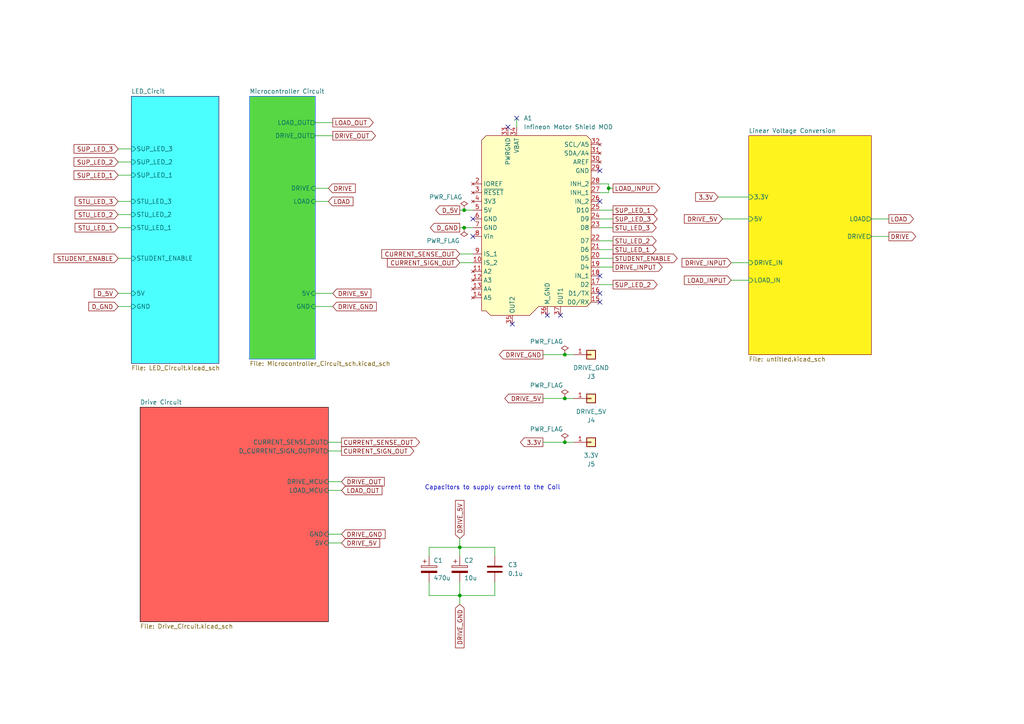
<source format=kicad_sch>
(kicad_sch (version 20211123) (generator eeschema)
  (paper "A4")
  (lib_symbols
    (symbol "000_Modules_Immo:Infineon Motor Shield MOD"
      (property "Reference" "A" (at 20.32 34.29 0))
      (property "Value" "Infineon Motor Shield MOD" (at 20.32 33.02 0))
      (symbol "Infineon Motor Shield MOD_0_1"
        (polyline (pts (xy -17.78 26.67) (xy -17.78 -22.86) (xy -16.51 -22.86) (xy -15.24 -24.13) (xy -3.81 -24.13) (xy -1.27 -21.59) (xy 12.7 -21.59) (xy 13.97 -20.32) (xy 13.97 26.67) (xy 12.7 27.94) (xy -16.51 27.94) (xy -17.78 26.67)) (fill (type background)))
      )
      (symbol "Infineon Motor Shield MOD_1_1"
        (pin no_connect line (at -20.32 16.51 0) (length 2.54) hide (name "NC") (number "1"))
        (pin input line (at -20.32 -8.89 0) (length 2.54) (name "IS_2") (number "10"))
        (pin no_connect line (at -20.32 -11.43 0) (length 2.54) (name "A2") (number "11"))
        (pin no_connect line (at -20.32 -13.97 0) (length 2.54) (name "A3") (number "12"))
        (pin no_connect line (at -20.32 -16.51 0) (length 2.54) (name "A4") (number "13"))
        (pin no_connect line (at -20.32 -19.05 0) (length 2.54) (name "A5") (number "14"))
        (pin bidirectional line (at 16.51 -20.32 180) (length 2.54) (name "D0/RX") (number "15"))
        (pin bidirectional line (at 16.51 -17.78 180) (length 2.54) (name "D1/TX") (number "16"))
        (pin bidirectional line (at 16.51 -15.24 180) (length 2.54) (name "D2") (number "17"))
        (pin bidirectional line (at 16.51 -12.7 180) (length 2.54) (name "IN_1") (number "18"))
        (pin bidirectional line (at 16.51 -10.16 180) (length 2.54) (name "D4") (number "19"))
        (pin no_connect line (at -20.32 13.97 0) (length 2.54) (name "IOREF") (number "2"))
        (pin bidirectional line (at 16.51 -7.62 180) (length 2.54) (name "D5") (number "20"))
        (pin bidirectional line (at 16.51 -5.08 180) (length 2.54) (name "D6") (number "21"))
        (pin bidirectional line (at 16.51 -2.54 180) (length 2.54) (name "D7") (number "22"))
        (pin bidirectional line (at 16.51 1.27 180) (length 2.54) (name "D8") (number "23"))
        (pin bidirectional line (at 16.51 3.81 180) (length 2.54) (name "D9") (number "24"))
        (pin bidirectional line (at 16.51 6.35 180) (length 2.54) (name "D10") (number "25"))
        (pin input line (at 16.51 8.89 180) (length 2.54) (name "IN_2") (number "26"))
        (pin input line (at 16.51 11.43 180) (length 2.54) (name "INH_1") (number "27"))
        (pin input line (at 16.51 13.97 180) (length 2.54) (name "INH_2") (number "28"))
        (pin power_in line (at 16.51 17.78 180) (length 2.54) (name "GND") (number "29"))
        (pin no_connect line (at -20.32 11.43 0) (length 2.54) (name "~{RESET}") (number "3"))
        (pin no_connect line (at 16.51 20.32 180) (length 2.54) (name "AREF") (number "30"))
        (pin no_connect line (at 16.51 22.86 180) (length 2.54) (name "SDA/A4") (number "31"))
        (pin no_connect line (at 16.51 25.4 180) (length 2.54) (name "SCL/A5") (number "32"))
        (pin power_in line (at -10.16 30.48 270) (length 2.54) (name "PWRGND") (number "33"))
        (pin power_in line (at -7.62 30.48 270) (length 2.54) (name "VBAT") (number "34"))
        (pin output line (at -8.89 -26.67 90) (length 2.54) (name "OUT2") (number "35"))
        (pin power_in line (at 1.27 -24.13 90) (length 2.54) (name "M_GND") (number "36"))
        (pin output line (at 5.08 -24.13 90) (length 2.54) (name "OUT1") (number "37"))
        (pin no_connect line (at -20.32 8.89 0) (length 2.54) (name "3V3") (number "4"))
        (pin input line (at -20.32 6.35 0) (length 2.54) (name "5V") (number "5"))
        (pin power_in line (at -20.32 3.81 0) (length 2.54) (name "GND") (number "6"))
        (pin power_in line (at -20.32 1.27 0) (length 2.54) (name "GND") (number "7"))
        (pin input line (at -20.32 -1.27 0) (length 2.54) (name "Vin") (number "8"))
        (pin input line (at -20.32 -6.35 0) (length 2.54) (name "IS_1") (number "9"))
      )
    )
    (symbol "Connector_Generic:Conn_01x01" (pin_names (offset 1.016) hide)
      (property "Reference" "J" (at 0 2.54 0))
      (property "Value" "Conn_01x01" (at 0 -2.54 0))
      (symbol "Conn_01x01_1_1"
        (rectangle (start -1.27 0.127) (end 0 -0.127) (stroke (width 0.1524)))
        (rectangle (start -1.27 1.27) (end 1.27 -1.27) (stroke (width 0.254)) (fill (type background)))
        (pin passive line (at -5.08 0 0) (length 3.81) (name "Pin_1") (number "1"))
      )
    )
    (symbol "Device:C" (pin_numbers hide) (pin_names (offset 0.254))
      (property "Reference" "C" (at 0.635 2.54 0))
      (property "Value" "C" (at 0.635 -2.54 0))
      (symbol "C_0_1"
        (polyline (pts (xy -2.032 -0.762) (xy 2.032 -0.762)) (stroke (width 0.508)))
        (polyline (pts (xy -2.032 0.762) (xy 2.032 0.762)) (stroke (width 0.508)))
      )
      (symbol "C_1_1"
        (pin passive line (at 0 3.81 270) (length 2.794) (name "~") (number "1"))
        (pin passive line (at 0 -3.81 90) (length 2.794) (name "~") (number "2"))
      )
    )
    (symbol "Device:C_Polarized" (pin_numbers hide) (pin_names (offset 0.254))
      (property "Reference" "C" (at 0.635 2.54 0))
      (property "Value" "C_Polarized" (at 0.635 -2.54 0))
      (symbol "C_Polarized_0_1"
        (rectangle (start -2.286 0.508) (end 2.286 1.016))
        (polyline (pts (xy -1.778 2.286) (xy -0.762 2.286)))
        (polyline (pts (xy -1.27 2.794) (xy -1.27 1.778)))
        (rectangle (start 2.286 -0.508) (end -2.286 -1.016) (fill (type outline)))
      )
      (symbol "C_Polarized_1_1"
        (pin passive line (at 0 3.81 270) (length 2.794) (name "~") (number "1"))
        (pin passive line (at 0 -3.81 90) (length 2.794) (name "~") (number "2"))
      )
    )
    (symbol "power:PWR_FLAG" (power) (pin_numbers hide) (pin_names (offset 0) hide)
      (property "Value" "PWR_FLAG" (at 0 3.81 0))
      (symbol "PWR_FLAG_0_0"
        (pin power_out line (at 0 0 90) (length 0) (name "pwr") (number "1"))
      )
      (symbol "PWR_FLAG_0_1"
        (polyline (pts (xy 0 0) (xy 0 1.27) (xy -1.016 1.905) (xy 0 2.54) (xy 1.016 1.905) (xy 0 1.27)))
      )
    )
  )
  (junction (at 176.53 54.61))
  (junction (at 163.83 115.57))
  (junction (at 134.62 66.04))
  (junction (at 134.62 60.96))
  (junction (at 163.83 102.87))
  (junction (at 163.83 128.27))
  (junction (at 133.35 172.72))
  (junction (at 133.35 158.75))
  (no_connect (at 173.99 58.42))
  (no_connect (at 137.16 63.5))
  (no_connect (at 173.99 49.53))
  (no_connect (at 137.16 68.58))
  (no_connect (at 173.99 85.09))
  (no_connect (at 173.99 87.63))
  (no_connect (at 173.99 80.01))
  (no_connect (at 158.75 91.44))
  (no_connect (at 149.86 34.29))
  (no_connect (at 162.56 91.44))
  (no_connect (at 148.59 93.98))
  (no_connect (at 147.32 36.83))
  (wire (pts (xy 173.99 82.55) (xy 177.8 82.55)))
  (wire (pts (xy 91.44 88.9) (xy 96.52 88.9)))
  (wire (pts (xy 173.99 72.39) (xy 177.8 72.39)))
  (wire (pts (xy 209.55 63.5) (xy 217.17 63.5)))
  (wire (pts (xy 176.53 54.61) (xy 177.8 54.61)))
  (wire (pts (xy 212.09 81.28) (xy 217.17 81.28)))
  (wire (pts (xy 133.35 156.21) (xy 133.35 158.75)))
  (wire (pts (xy 143.51 161.29) (xy 143.51 158.75)))
  (wire (pts (xy 95.25 128.27) (xy 99.06 128.27)))
  (wire (pts (xy 173.99 60.96) (xy 177.8 60.96)))
  (wire (pts (xy 173.99 53.34) (xy 176.53 53.34)))
  (wire (pts (xy 173.99 77.47) (xy 177.8 77.47)))
  (wire (pts (xy 91.44 39.37) (xy 96.52 39.37)))
  (wire (pts (xy 95.25 154.94) (xy 99.06 154.94)))
  (wire (pts (xy 91.44 54.61) (xy 95.25 54.61)))
  (wire (pts (xy 143.51 168.91) (xy 143.51 172.72)))
  (wire (pts (xy 176.53 53.34) (xy 176.53 54.61)))
  (wire (pts (xy 173.99 69.85) (xy 177.8 69.85)))
  (wire (pts (xy 133.35 66.04) (xy 134.62 66.04)))
  (wire (pts (xy 95.25 157.48) (xy 99.06 157.48)))
  (wire (pts (xy 176.53 54.61) (xy 176.53 55.88)))
  (wire (pts (xy 133.35 73.66) (xy 137.16 73.66)))
  (wire (pts (xy 124.46 158.75) (xy 133.35 158.75)))
  (wire (pts (xy 34.29 46.99) (xy 38.1 46.99)))
  (wire (pts (xy 173.99 63.5) (xy 177.8 63.5)))
  (wire (pts (xy 134.62 60.96) (xy 137.16 60.96)))
  (wire (pts (xy 124.46 172.72) (xy 133.35 172.72)))
  (wire (pts (xy 95.25 142.24) (xy 99.06 142.24)))
  (wire (pts (xy 133.35 172.72) (xy 133.35 175.26)))
  (wire (pts (xy 133.35 158.75) (xy 133.35 161.29)))
  (wire (pts (xy 133.35 172.72) (xy 143.51 172.72)))
  (wire (pts (xy 163.83 115.57) (xy 166.37 115.57)))
  (wire (pts (xy 133.35 76.2) (xy 137.16 76.2)))
  (wire (pts (xy 134.62 66.04) (xy 137.16 66.04)))
  (wire (pts (xy 149.86 34.29) (xy 149.86 36.83)))
  (wire (pts (xy 163.83 128.27) (xy 166.37 128.27)))
  (wire (pts (xy 173.99 55.88) (xy 176.53 55.88)))
  (wire (pts (xy 143.51 158.75) (xy 133.35 158.75)))
  (wire (pts (xy 157.48 102.87) (xy 163.83 102.87)))
  (wire (pts (xy 157.48 128.27) (xy 163.83 128.27)))
  (wire (pts (xy 34.29 50.8) (xy 38.1 50.8)))
  (wire (pts (xy 124.46 168.91) (xy 124.46 172.72)))
  (wire (pts (xy 163.83 102.87) (xy 166.37 102.87)))
  (wire (pts (xy 34.29 43.18) (xy 38.1 43.18)))
  (wire (pts (xy 95.25 139.7) (xy 99.06 139.7)))
  (wire (pts (xy 173.99 66.04) (xy 177.8 66.04)))
  (wire (pts (xy 133.35 168.91) (xy 133.35 172.72)))
  (wire (pts (xy 252.73 68.58) (xy 257.81 68.58)))
  (wire (pts (xy 34.29 66.04) (xy 38.1 66.04)))
  (wire (pts (xy 133.35 60.96) (xy 134.62 60.96)))
  (wire (pts (xy 252.73 63.5) (xy 257.81 63.5)))
  (wire (pts (xy 208.28 57.15) (xy 217.17 57.15)))
  (wire (pts (xy 34.29 74.93) (xy 38.1 74.93)))
  (wire (pts (xy 95.25 130.81) (xy 99.06 130.81)))
  (wire (pts (xy 34.29 62.23) (xy 38.1 62.23)))
  (wire (pts (xy 173.99 74.93) (xy 177.8 74.93)))
  (wire (pts (xy 124.46 161.29) (xy 124.46 158.75)))
  (wire (pts (xy 91.44 58.42) (xy 95.25 58.42)))
  (wire (pts (xy 212.09 76.2) (xy 217.17 76.2)))
  (wire (pts (xy 34.29 58.42) (xy 38.1 58.42)))
  (wire (pts (xy 91.44 35.56) (xy 96.52 35.56)))
  (wire (pts (xy 91.44 85.09) (xy 96.52 85.09)))
  (wire (pts (xy 34.29 88.9) (xy 38.1 88.9)))
  (wire (pts (xy 34.29 85.09) (xy 38.1 85.09)))
  (wire (pts (xy 157.48 115.57) (xy 163.83 115.57)))
  (text "Capacitors to supply current to the Coil" (at 162.56 142.24 180) (effects (font (size 1.27 1.27)) (justify right bottom)))
  (global_label "LOAD_OUT" (shape output) (at 96.52 35.56 0) (property "Intersheet References" "${INTERSHEET_REFS}" (effects hide)))
  (global_label "STU_LED_2" (shape output) (at 177.8 69.85 0) (property "Intersheet References" "${INTERSHEET_REFS}" (effects hide)))
  (global_label "CURRENT_SIGN_OUT" (shape output) (at 99.06 130.81 0) (property "Intersheet References" "${INTERSHEET_REFS}" (effects hide)))
  (global_label "CURRENT_SIGN_OUT" (shape input) (at 133.35 76.2 180) (property "Intersheet References" "${INTERSHEET_REFS}" (effects hide)))
  (global_label "DRIVE_GND" (shape input) (at 99.06 154.94 0) (property "Intersheet References" "${INTERSHEET_REFS}" (effects hide)))
  (global_label "LOAD" (shape input) (at 95.25 58.42 0) (property "Intersheet References" "${INTERSHEET_REFS}" (effects hide)))
  (global_label "DRIVE_GND" (shape output) (at 157.48 102.87 180) (property "Intersheet References" "${INTERSHEET_REFS}" (effects hide)))
  (global_label "DRIVE_5V" (shape input) (at 99.06 157.48 0) (property "Intersheet References" "${INTERSHEET_REFS}" (effects hide)))
  (global_label "DRIVE_OUT" (shape input) (at 99.06 139.7 0) (property "Intersheet References" "${INTERSHEET_REFS}" (effects hide)))
  (global_label "DRIVE" (shape output) (at 257.81 68.58 0) (property "Intersheet References" "${INTERSHEET_REFS}" (effects hide)))
  (global_label "SUP_LED_1" (shape output) (at 177.8 60.96 0) (property "Intersheet References" "${INTERSHEET_REFS}" (effects hide)))
  (global_label "CURRENT_SENSE_OUT" (shape output) (at 99.06 128.27 0) (property "Intersheet References" "${INTERSHEET_REFS}" (effects hide)))
  (global_label "DRIVE_INPUT" (shape input) (at 212.09 76.2 180) (property "Intersheet References" "${INTERSHEET_REFS}" (effects hide)))
  (global_label "DRIVE_5V" (shape input) (at 96.52 85.09 0) (property "Intersheet References" "${INTERSHEET_REFS}" (effects hide)))
  (global_label "DRIVE_5V" (shape input) (at 209.55 63.5 180) (property "Intersheet References" "${INTERSHEET_REFS}" (effects hide)))
  (global_label "STU_LED_3" (shape output) (at 177.8 66.04 0) (property "Intersheet References" "${INTERSHEET_REFS}" (effects hide)))
  (global_label "DRIVE_GND" (shape input) (at 96.52 88.9 0) (property "Intersheet References" "${INTERSHEET_REFS}" (effects hide)))
  (global_label "LOAD_INPUT" (shape output) (at 177.8 54.61 0) (property "Intersheet References" "${INTERSHEET_REFS}" (effects hide)))
  (global_label "D_GND" (shape input) (at 34.29 88.9 180) (property "Intersheet References" "${INTERSHEET_REFS}" (effects hide)))
  (global_label "SUP_LED_3" (shape input) (at 34.29 43.18 180) (property "Intersheet References" "${INTERSHEET_REFS}" (effects hide)))
  (global_label "LOAD" (shape output) (at 257.81 63.5 0) (property "Intersheet References" "${INTERSHEET_REFS}" (effects hide)))
  (global_label "CURRENT_SENSE_OUT" (shape input) (at 133.35 73.66 180) (property "Intersheet References" "${INTERSHEET_REFS}" (effects hide)))
  (global_label "D_GND" (shape output) (at 133.35 66.04 180) (property "Intersheet References" "${INTERSHEET_REFS}" (effects hide)))
  (global_label "DRIVE_INPUT" (shape output) (at 177.8 77.47 0) (property "Intersheet References" "${INTERSHEET_REFS}" (effects hide)))
  (global_label "SUP_LED_2" (shape output) (at 177.8 82.55 0) (property "Intersheet References" "${INTERSHEET_REFS}" (effects hide)))
  (global_label "D_5V" (shape output) (at 133.35 60.96 180) (property "Intersheet References" "${INTERSHEET_REFS}" (effects hide)))
  (global_label "DRIVE_5V" (shape output) (at 157.48 115.57 180) (property "Intersheet References" "${INTERSHEET_REFS}" (effects hide)))
  (global_label "SUP_LED_3" (shape output) (at 177.8 63.5 0) (property "Intersheet References" "${INTERSHEET_REFS}" (effects hide)))
  (global_label "DRIVE_OUT" (shape output) (at 96.52 39.37 0) (property "Intersheet References" "${INTERSHEET_REFS}" (effects hide)))
  (global_label "STUDENT_ENABLE" (shape input) (at 34.29 74.93 180) (property "Intersheet References" "${INTERSHEET_REFS}" (effects hide)))
  (global_label "SUP_LED_2" (shape input) (at 34.29 46.99 180) (property "Intersheet References" "${INTERSHEET_REFS}" (effects hide)))
  (global_label "STU_LED_2" (shape input) (at 34.29 62.23 180) (property "Intersheet References" "${INTERSHEET_REFS}" (effects hide)))
  (global_label "STUDENT_ENABLE" (shape output) (at 177.8 74.93 0) (property "Intersheet References" "${INTERSHEET_REFS}" (effects hide)))
  (global_label "STU_LED_1" (shape output) (at 177.8 72.39 0) (property "Intersheet References" "${INTERSHEET_REFS}" (effects hide)))
  (global_label "STU_LED_3" (shape input) (at 34.29 58.42 180) (property "Intersheet References" "${INTERSHEET_REFS}" (effects hide)))
  (global_label "STU_LED_1" (shape input) (at 34.29 66.04 180) (property "Intersheet References" "${INTERSHEET_REFS}" (effects hide)))
  (global_label "LOAD_OUT" (shape input) (at 99.06 142.24 0) (property "Intersheet References" "${INTERSHEET_REFS}" (effects hide)))
  (global_label "DRIVE_GND" (shape input) (at 133.35 175.26 270) (property "Intersheet References" "${INTERSHEET_REFS}" (effects hide)))
  (global_label "D_5V" (shape input) (at 34.29 85.09 180) (property "Intersheet References" "${INTERSHEET_REFS}" (effects hide)))
  (global_label "LOAD_INPUT" (shape input) (at 212.09 81.28 180) (property "Intersheet References" "${INTERSHEET_REFS}" (effects hide)))
  (global_label "SUP_LED_1" (shape input) (at 34.29 50.8 180) (property "Intersheet References" "${INTERSHEET_REFS}" (effects hide)))
  (global_label "DRIVE_5V" (shape input) (at 133.35 156.21 90) (property "Intersheet References" "${INTERSHEET_REFS}" (effects hide)))
  (global_label "3.3V" (shape input) (at 208.28 57.15 180) (property "Intersheet References" "${INTERSHEET_REFS}" (effects hide)))
  (global_label "3.3V" (shape output) (at 157.48 128.27 180) (property "Intersheet References" "${INTERSHEET_REFS}" (effects hide)))
  (global_label "DRIVE" (shape input) (at 95.25 54.61 0) (property "Intersheet References" "${INTERSHEET_REFS}" (effects hide)))
  (symbol (lib_id "power:PWR_FLAG") (at 163.83 115.57 0) (mirror y) (unit 1)
    (property "Reference" "#FLG0102" (effects hide))
    (property "Value" "PWR_FLAG" (at 153.67 111.76 0) (effects (justify right)))
  )
  (symbol (lib_id "power:PWR_FLAG") (at 163.83 128.27 0) (mirror y) (unit 1)
    (property "Reference" "#FLG0105" (effects hide))
    (property "Value" "PWR_FLAG" (at 153.67 124.46 0) (effects (justify right)))
  )
  (symbol (lib_id "Device:C_Polarized") (at 133.35 165.1 0) (unit 1)
    (property "Reference" "C2" (at 134.62 162.56 0) (effects (justify left)))
    (property "Value" "10u" (at 134.62 167.64 0) (effects (justify left)))
    (property "Footprint" "Capacitor_SMD:CP_Elec_3x5.3" (effects hide))
  )
  (symbol (lib_id "Connector_Generic:Conn_01x01") (at 171.45 102.87 0) (mirror x) (unit 1)
    (property "Reference" "J3" (at 171.45 109.22 0))
    (property "Value" "DRIVE_GND" (at 171.45 106.68 0))
    (property "Footprint" "Connector_Pin:Pin_D1.3mm_L11.0mm" (effects hide))
  )
  (symbol (lib_id "Device:C_Polarized") (at 124.46 165.1 0) (unit 1)
    (property "Reference" "C1" (at 125.73 162.56 0) (effects (justify left)))
    (property "Value" "470u" (at 125.73 167.64 0) (effects (justify left)))
    (property "Footprint" "Capacitor_SMD:C_Elec_8x10.2" (effects hide))
  )
  (symbol (lib_id "Connector_Generic:Conn_01x01") (at 171.45 115.57 0) (mirror x) (unit 1)
    (property "Reference" "J4" (at 171.45 121.92 0))
    (property "Value" "DRIVE_5V" (at 171.45 119.38 0))
    (property "Footprint" "Connector_Pin:Pin_D1.3mm_L11.0mm" (effects hide))
  )
  (symbol (lib_id "Device:C") (at 143.51 165.1 0) (unit 1)
    (property "Reference" "C3" (at 147.32 163.8299 0) (effects (justify left)))
    (property "Value" "0.1u" (at 147.32 166.3699 0) (effects (justify left)))
    (property "Footprint" "Capacitor_SMD:C_0805_2012Metric_Pad1.18x1.45mm_HandSolder" (effects hide))
  )
  (symbol (lib_id "000_Modules_Immo:Infineon Motor Shield MOD") (at 157.48 67.31 0) (unit 1)
    (property "Reference" "A1" (at 151.8794 34.29 0) (effects (justify left)))
    (property "Value" "Infineon Motor Shield MOD" (at 151.8794 36.83 0) (effects (justify left)))
    (property "Footprint" "Audio_Module:Infineon Motor Sheild hiddenPins" (effects hide))
    (property "Datasheet" "https://docs.rs-online.com/91cb/0900766b81490d99.pdf" (effects hide))
  )
  (symbol (lib_id "Connector_Generic:Conn_01x01") (at 171.45 128.27 0) (mirror x) (unit 1)
    (property "Reference" "J5" (at 171.45 134.62 0))
    (property "Value" "3.3V" (at 171.45 132.08 0))
    (property "Footprint" "Connector_Pin:Pin_D1.3mm_L11.0mm" (effects hide))
  )
  (symbol (lib_id "power:PWR_FLAG") (at 134.62 60.96 0) (mirror y) (unit 1)
    (property "Reference" "#FLG0104" (effects hide))
    (property "Value" "PWR_FLAG" (at 124.46 57.15 0) (effects (justify right)))
  )
  (symbol (lib_id "power:PWR_FLAG") (at 134.62 66.04 0) (mirror x) (unit 1)
    (property "Reference" "#FLG0103" (effects hide))
    (property "Value" "PWR_FLAG" (at 133.35 69.85 0) (effects (justify right)))
  )
  (symbol (lib_id "power:PWR_FLAG") (at 163.83 102.87 0) (mirror y) (unit 1)
    (property "Reference" "#FLG0101" (effects hide))
    (property "Value" "PWR_FLAG" (at 153.67 99.06 0) (effects (justify right)))
  )
  (sheet (at 38.1 27.94) (size 25.4 77.47) (stroke (width 0.1524) (color 36 6 99 1)) (fill (color 76 255 255 1.0000))
    (property "Sheet name" "LED_Circit" (at 38.1 27.2284 0) (effects (justify left bottom)))
    (property "Sheet file" "LED_Circuit.kicad_sch" (at 38.1 105.9946 0) (effects (justify left top)))
    (pin "GND" input (at 38.1 88.9 180))
    (pin "STUDENT_ENABLE" input (at 38.1 74.93 180))
    (pin "STU_LED_1" input (at 38.1 66.04 180))
    (pin "STU_LED_2" input (at 38.1 62.23 180))
    (pin "SUP_LED_1" input (at 38.1 50.8 180))
    (pin "SUP_LED_2" input (at 38.1 46.99 180))
    (pin "SUP_LED_3" input (at 38.1 43.18 180))
    (pin "STU_LED_3" input (at 38.1 58.42 180))
    (pin "5V" input (at 38.1 85.09 180))
  )
  (sheet (at 217.17 39.37) (size 35.56 63.5) (stroke (width 0.1524)) (fill (color 255 243 29 1.0000))
    (property "Sheet name" "Linear Voltage Conversion" (at 217.17 38.6584 0) (effects (justify left bottom)))
    (property "Sheet file" "untitled.kicad_sch" (at 217.17 103.4546 0) (effects (justify left top)))
    (pin "LOAD" output (at 252.73 63.5 0))
    (pin "DRIVE" output (at 252.73 68.58 0))
    (pin "5V" input (at 217.17 63.5 180))
    (pin "3.3V" input (at 217.17 57.15 180))
    (pin "LOAD_IN" input (at 217.17 81.28 180))
    (pin "DRIVE_IN" input (at 217.17 76.2 180))
  )
  (sheet (at 40.64 118.11) (size 54.61 62.23) (stroke (width 0.1524) (color 4 0 8 1)) (fill (color 255 97 92 1.0000))
    (property "Sheet name" "Drive Circuit" (at 40.64 117.3984 0) (effects (justify left bottom)))
    (property "Sheet file" "Drive_Circuit.kicad_sch" (at 40.64 180.9246 0) (effects (justify left top)))
    (pin "CURRENT_SENSE_OUT" output (at 95.25 128.27 0))
    (pin "DRIVE_MCU" input (at 95.25 139.7 0))
    (pin "LOAD_MCU" input (at 95.25 142.24 0))
    (pin "D_CURRENT_SIGN_OUTPUT" output (at 95.25 130.81 0))
    (pin "GND" input (at 95.25 154.94 0))
    (pin "5V" input (at 95.25 157.48 0))
  )
  (sheet (at 72.39 27.94) (size 19.05 76.2) (stroke (width 0.1524) (color 0 70 255 1)) (fill (color 87 215 67 1.0000))
    (property "Sheet name" "Microcontroller Circuit" (at 72.39 27.2284 0) (effects (justify left bottom)))
    (property "Sheet file" "Microcontroller_Circuit_sch.kicad_sch" (at 72.39 104.7246 0) (effects (justify left top)))
    (pin "GND" input (at 91.44 88.9 0))
    (pin "LOAD" input (at 91.44 58.42 0))
    (pin "LOAD_OUT" output (at 91.44 35.56 0))
    (pin "DRIVE_OUT" output (at 91.44 39.37 0))
    (pin "DRIVE" input (at 91.44 54.61 0))
    (pin "5V" input (at 91.44 85.09 0))
  )
)
</source>
